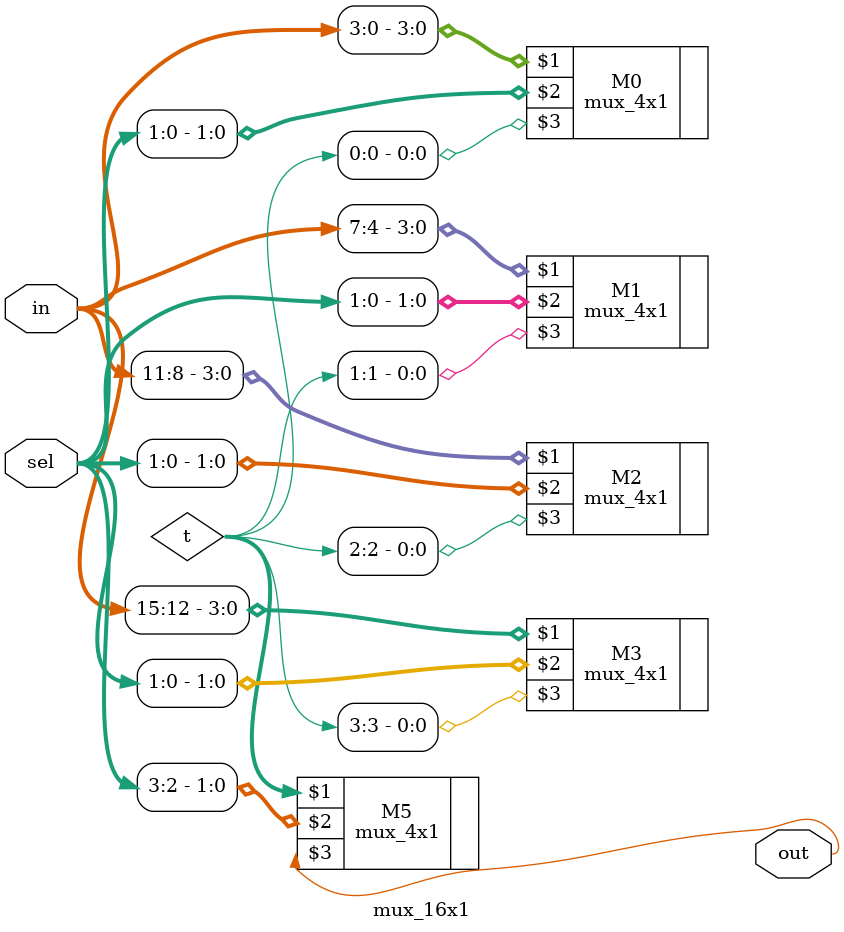
<source format=v>

/*module mux_16x1(in,sel,out);

input [15:0]in;
input [3:0]sel;
output out;

assign out = in[sel];

endmodule*/


//implementing 16x1 mux using 5 4x1 mux

`include "mux_4x1by2x1.v"

module mux_16x1(in, sel, out);

input [15:0]in;
input [3:0]sel;
output out;
wire [3:0]t;

mux_4x1 M0(in[3:0], sel[1:0], t[0]);
mux_4x1 M1(in[7:4], sel[1:0], t[1]);
mux_4x1 M2(in[11:8], sel[1:0], t[2]);
mux_4x1 M3(in[15:12], sel[1:0], t[3]);
mux_4x1 M5(t, sel[3:2], out);

endmodule

</source>
